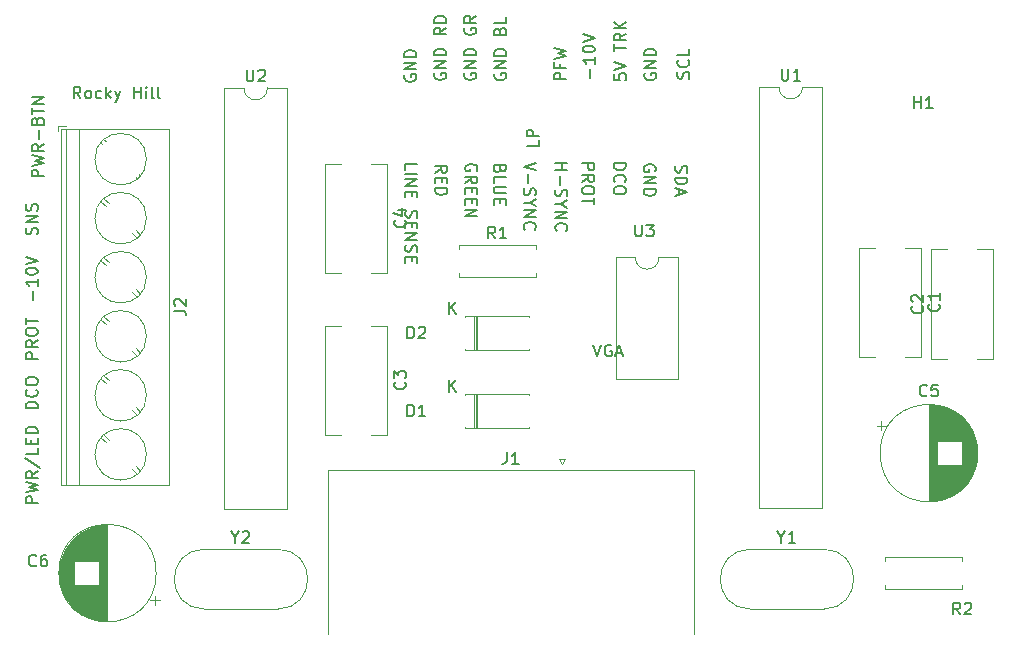
<source format=gbr>
G04 #@! TF.GenerationSoftware,KiCad,Pcbnew,5.1.5-52549c5~84~ubuntu18.04.1*
G04 #@! TF.CreationDate,2020-03-05T18:32:34-05:00*
G04 #@! TF.ProjectId,imac_g3_333mhz_slot_loading_J20_adapter_board,696d6163-5f67-4335-9f33-33336d687a5f,rev?*
G04 #@! TF.SameCoordinates,Original*
G04 #@! TF.FileFunction,Legend,Top*
G04 #@! TF.FilePolarity,Positive*
%FSLAX46Y46*%
G04 Gerber Fmt 4.6, Leading zero omitted, Abs format (unit mm)*
G04 Created by KiCad (PCBNEW 5.1.5-52549c5~84~ubuntu18.04.1) date 2020-03-05 18:32:34*
%MOMM*%
%LPD*%
G04 APERTURE LIST*
%ADD10C,0.150000*%
%ADD11C,0.120000*%
G04 APERTURE END LIST*
D10*
X138200190Y-64968380D02*
X137866857Y-64492190D01*
X137628761Y-64968380D02*
X137628761Y-63968380D01*
X138009714Y-63968380D01*
X138104952Y-64016000D01*
X138152571Y-64063619D01*
X138200190Y-64158857D01*
X138200190Y-64301714D01*
X138152571Y-64396952D01*
X138104952Y-64444571D01*
X138009714Y-64492190D01*
X137628761Y-64492190D01*
X138771619Y-64968380D02*
X138676380Y-64920761D01*
X138628761Y-64873142D01*
X138581142Y-64777904D01*
X138581142Y-64492190D01*
X138628761Y-64396952D01*
X138676380Y-64349333D01*
X138771619Y-64301714D01*
X138914476Y-64301714D01*
X139009714Y-64349333D01*
X139057333Y-64396952D01*
X139104952Y-64492190D01*
X139104952Y-64777904D01*
X139057333Y-64873142D01*
X139009714Y-64920761D01*
X138914476Y-64968380D01*
X138771619Y-64968380D01*
X139962095Y-64920761D02*
X139866857Y-64968380D01*
X139676380Y-64968380D01*
X139581142Y-64920761D01*
X139533523Y-64873142D01*
X139485904Y-64777904D01*
X139485904Y-64492190D01*
X139533523Y-64396952D01*
X139581142Y-64349333D01*
X139676380Y-64301714D01*
X139866857Y-64301714D01*
X139962095Y-64349333D01*
X140390666Y-64968380D02*
X140390666Y-63968380D01*
X140485904Y-64587428D02*
X140771619Y-64968380D01*
X140771619Y-64301714D02*
X140390666Y-64682666D01*
X141104952Y-64301714D02*
X141343047Y-64968380D01*
X141581142Y-64301714D02*
X141343047Y-64968380D01*
X141247809Y-65206476D01*
X141200190Y-65254095D01*
X141104952Y-65301714D01*
X142724000Y-64968380D02*
X142724000Y-63968380D01*
X142724000Y-64444571D02*
X143295428Y-64444571D01*
X143295428Y-64968380D02*
X143295428Y-63968380D01*
X143771619Y-64968380D02*
X143771619Y-64301714D01*
X143771619Y-63968380D02*
X143724000Y-64016000D01*
X143771619Y-64063619D01*
X143819238Y-64016000D01*
X143771619Y-63968380D01*
X143771619Y-64063619D01*
X144390666Y-64968380D02*
X144295428Y-64920761D01*
X144247809Y-64825523D01*
X144247809Y-63968380D01*
X144914476Y-64968380D02*
X144819238Y-64920761D01*
X144771619Y-64825523D01*
X144771619Y-63968380D01*
X134564380Y-99226285D02*
X133564380Y-99226285D01*
X133564380Y-98845333D01*
X133612000Y-98750095D01*
X133659619Y-98702476D01*
X133754857Y-98654857D01*
X133897714Y-98654857D01*
X133992952Y-98702476D01*
X134040571Y-98750095D01*
X134088190Y-98845333D01*
X134088190Y-99226285D01*
X133564380Y-98321523D02*
X134564380Y-98083428D01*
X133850095Y-97892952D01*
X134564380Y-97702476D01*
X133564380Y-97464380D01*
X134564380Y-96512000D02*
X134088190Y-96845333D01*
X134564380Y-97083428D02*
X133564380Y-97083428D01*
X133564380Y-96702476D01*
X133612000Y-96607238D01*
X133659619Y-96559619D01*
X133754857Y-96512000D01*
X133897714Y-96512000D01*
X133992952Y-96559619D01*
X134040571Y-96607238D01*
X134088190Y-96702476D01*
X134088190Y-97083428D01*
X133516761Y-95369142D02*
X134802476Y-96226285D01*
X134564380Y-94559619D02*
X134564380Y-95035809D01*
X133564380Y-95035809D01*
X134040571Y-94226285D02*
X134040571Y-93892952D01*
X134564380Y-93750095D02*
X134564380Y-94226285D01*
X133564380Y-94226285D01*
X133564380Y-93750095D01*
X134564380Y-93321523D02*
X133564380Y-93321523D01*
X133564380Y-93083428D01*
X133612000Y-92940571D01*
X133707238Y-92845333D01*
X133802476Y-92797714D01*
X133992952Y-92750095D01*
X134135809Y-92750095D01*
X134326285Y-92797714D01*
X134421523Y-92845333D01*
X134516761Y-92940571D01*
X134564380Y-93083428D01*
X134564380Y-93321523D01*
X135072380Y-71556142D02*
X134072380Y-71556142D01*
X134072380Y-71175190D01*
X134120000Y-71079952D01*
X134167619Y-71032333D01*
X134262857Y-70984714D01*
X134405714Y-70984714D01*
X134500952Y-71032333D01*
X134548571Y-71079952D01*
X134596190Y-71175190D01*
X134596190Y-71556142D01*
X134072380Y-70651380D02*
X135072380Y-70413285D01*
X134358095Y-70222809D01*
X135072380Y-70032333D01*
X134072380Y-69794238D01*
X135072380Y-68841857D02*
X134596190Y-69175190D01*
X135072380Y-69413285D02*
X134072380Y-69413285D01*
X134072380Y-69032333D01*
X134120000Y-68937095D01*
X134167619Y-68889476D01*
X134262857Y-68841857D01*
X134405714Y-68841857D01*
X134500952Y-68889476D01*
X134548571Y-68937095D01*
X134596190Y-69032333D01*
X134596190Y-69413285D01*
X134691428Y-68413285D02*
X134691428Y-67651380D01*
X134548571Y-66841857D02*
X134596190Y-66699000D01*
X134643809Y-66651380D01*
X134739047Y-66603761D01*
X134881904Y-66603761D01*
X134977142Y-66651380D01*
X135024761Y-66699000D01*
X135072380Y-66794238D01*
X135072380Y-67175190D01*
X134072380Y-67175190D01*
X134072380Y-66841857D01*
X134120000Y-66746619D01*
X134167619Y-66699000D01*
X134262857Y-66651380D01*
X134358095Y-66651380D01*
X134453333Y-66699000D01*
X134500952Y-66746619D01*
X134548571Y-66841857D01*
X134548571Y-67175190D01*
X134072380Y-66318047D02*
X134072380Y-65746619D01*
X135072380Y-66032333D02*
X134072380Y-66032333D01*
X135072380Y-65413285D02*
X134072380Y-65413285D01*
X135072380Y-64841857D01*
X134072380Y-64841857D01*
X134516761Y-76469714D02*
X134564380Y-76326857D01*
X134564380Y-76088761D01*
X134516761Y-75993523D01*
X134469142Y-75945904D01*
X134373904Y-75898285D01*
X134278666Y-75898285D01*
X134183428Y-75945904D01*
X134135809Y-75993523D01*
X134088190Y-76088761D01*
X134040571Y-76279238D01*
X133992952Y-76374476D01*
X133945333Y-76422095D01*
X133850095Y-76469714D01*
X133754857Y-76469714D01*
X133659619Y-76422095D01*
X133612000Y-76374476D01*
X133564380Y-76279238D01*
X133564380Y-76041142D01*
X133612000Y-75898285D01*
X134564380Y-75469714D02*
X133564380Y-75469714D01*
X134564380Y-74898285D01*
X133564380Y-74898285D01*
X134516761Y-74469714D02*
X134564380Y-74326857D01*
X134564380Y-74088761D01*
X134516761Y-73993523D01*
X134469142Y-73945904D01*
X134373904Y-73898285D01*
X134278666Y-73898285D01*
X134183428Y-73945904D01*
X134135809Y-73993523D01*
X134088190Y-74088761D01*
X134040571Y-74279238D01*
X133992952Y-74374476D01*
X133945333Y-74422095D01*
X133850095Y-74469714D01*
X133754857Y-74469714D01*
X133659619Y-74422095D01*
X133612000Y-74374476D01*
X133564380Y-74279238D01*
X133564380Y-74041142D01*
X133612000Y-73898285D01*
X134564380Y-91201714D02*
X133564380Y-91201714D01*
X133564380Y-90963619D01*
X133612000Y-90820761D01*
X133707238Y-90725523D01*
X133802476Y-90677904D01*
X133992952Y-90630285D01*
X134135809Y-90630285D01*
X134326285Y-90677904D01*
X134421523Y-90725523D01*
X134516761Y-90820761D01*
X134564380Y-90963619D01*
X134564380Y-91201714D01*
X134469142Y-89630285D02*
X134516761Y-89677904D01*
X134564380Y-89820761D01*
X134564380Y-89916000D01*
X134516761Y-90058857D01*
X134421523Y-90154095D01*
X134326285Y-90201714D01*
X134135809Y-90249333D01*
X133992952Y-90249333D01*
X133802476Y-90201714D01*
X133707238Y-90154095D01*
X133612000Y-90058857D01*
X133564380Y-89916000D01*
X133564380Y-89820761D01*
X133612000Y-89677904D01*
X133659619Y-89630285D01*
X133564380Y-89011238D02*
X133564380Y-88820761D01*
X133612000Y-88725523D01*
X133707238Y-88630285D01*
X133897714Y-88582666D01*
X134231047Y-88582666D01*
X134421523Y-88630285D01*
X134516761Y-88725523D01*
X134564380Y-88820761D01*
X134564380Y-89011238D01*
X134516761Y-89106476D01*
X134421523Y-89201714D01*
X134231047Y-89249333D01*
X133897714Y-89249333D01*
X133707238Y-89201714D01*
X133612000Y-89106476D01*
X133564380Y-89011238D01*
X134564380Y-87010666D02*
X133564380Y-87010666D01*
X133564380Y-86629714D01*
X133612000Y-86534476D01*
X133659619Y-86486857D01*
X133754857Y-86439238D01*
X133897714Y-86439238D01*
X133992952Y-86486857D01*
X134040571Y-86534476D01*
X134088190Y-86629714D01*
X134088190Y-87010666D01*
X134564380Y-85439238D02*
X134088190Y-85772571D01*
X134564380Y-86010666D02*
X133564380Y-86010666D01*
X133564380Y-85629714D01*
X133612000Y-85534476D01*
X133659619Y-85486857D01*
X133754857Y-85439238D01*
X133897714Y-85439238D01*
X133992952Y-85486857D01*
X134040571Y-85534476D01*
X134088190Y-85629714D01*
X134088190Y-86010666D01*
X133564380Y-84820190D02*
X133564380Y-84629714D01*
X133612000Y-84534476D01*
X133707238Y-84439238D01*
X133897714Y-84391619D01*
X134231047Y-84391619D01*
X134421523Y-84439238D01*
X134516761Y-84534476D01*
X134564380Y-84629714D01*
X134564380Y-84820190D01*
X134516761Y-84915428D01*
X134421523Y-85010666D01*
X134231047Y-85058285D01*
X133897714Y-85058285D01*
X133707238Y-85010666D01*
X133612000Y-84915428D01*
X133564380Y-84820190D01*
X133564380Y-84105904D02*
X133564380Y-83534476D01*
X134564380Y-83820190D02*
X133564380Y-83820190D01*
X134183428Y-82025904D02*
X134183428Y-81264000D01*
X134564380Y-80264000D02*
X134564380Y-80835428D01*
X134564380Y-80549714D02*
X133564380Y-80549714D01*
X133707238Y-80644952D01*
X133802476Y-80740190D01*
X133850095Y-80835428D01*
X133564380Y-79644952D02*
X133564380Y-79549714D01*
X133612000Y-79454476D01*
X133659619Y-79406857D01*
X133754857Y-79359238D01*
X133945333Y-79311619D01*
X134183428Y-79311619D01*
X134373904Y-79359238D01*
X134469142Y-79406857D01*
X134516761Y-79454476D01*
X134564380Y-79549714D01*
X134564380Y-79644952D01*
X134516761Y-79740190D01*
X134469142Y-79787809D01*
X134373904Y-79835428D01*
X134183428Y-79883047D01*
X133945333Y-79883047D01*
X133754857Y-79835428D01*
X133659619Y-79787809D01*
X133612000Y-79740190D01*
X133564380Y-79644952D01*
X133564380Y-79025904D02*
X134564380Y-78692571D01*
X133564380Y-78359238D01*
X181618095Y-85812380D02*
X181951428Y-86812380D01*
X182284761Y-85812380D01*
X183141904Y-85860000D02*
X183046666Y-85812380D01*
X182903809Y-85812380D01*
X182760952Y-85860000D01*
X182665714Y-85955238D01*
X182618095Y-86050476D01*
X182570476Y-86240952D01*
X182570476Y-86383809D01*
X182618095Y-86574285D01*
X182665714Y-86669523D01*
X182760952Y-86764761D01*
X182903809Y-86812380D01*
X182999047Y-86812380D01*
X183141904Y-86764761D01*
X183189523Y-86717142D01*
X183189523Y-86383809D01*
X182999047Y-86383809D01*
X183570476Y-86526666D02*
X184046666Y-86526666D01*
X183475238Y-86812380D02*
X183808571Y-85812380D01*
X184141904Y-86812380D01*
X188622038Y-70667714D02*
X188574419Y-70810571D01*
X188574419Y-71048666D01*
X188622038Y-71143904D01*
X188669657Y-71191523D01*
X188764895Y-71239142D01*
X188860133Y-71239142D01*
X188955371Y-71191523D01*
X189002990Y-71143904D01*
X189050609Y-71048666D01*
X189098228Y-70858190D01*
X189145847Y-70762952D01*
X189193466Y-70715333D01*
X189288704Y-70667714D01*
X189383942Y-70667714D01*
X189479180Y-70715333D01*
X189526800Y-70762952D01*
X189574419Y-70858190D01*
X189574419Y-71096285D01*
X189526800Y-71239142D01*
X188574419Y-71667714D02*
X189574419Y-71667714D01*
X189574419Y-71905809D01*
X189526800Y-72048666D01*
X189431561Y-72143904D01*
X189336323Y-72191523D01*
X189145847Y-72239142D01*
X189002990Y-72239142D01*
X188812514Y-72191523D01*
X188717276Y-72143904D01*
X188622038Y-72048666D01*
X188574419Y-71905809D01*
X188574419Y-71667714D01*
X188860133Y-72620095D02*
X188860133Y-73096285D01*
X188574419Y-72524857D02*
X189574419Y-72858190D01*
X188574419Y-73191523D01*
X186859800Y-71120095D02*
X186907419Y-71024857D01*
X186907419Y-70882000D01*
X186859800Y-70739142D01*
X186764561Y-70643904D01*
X186669323Y-70596285D01*
X186478847Y-70548666D01*
X186335990Y-70548666D01*
X186145514Y-70596285D01*
X186050276Y-70643904D01*
X185955038Y-70739142D01*
X185907419Y-70882000D01*
X185907419Y-70977238D01*
X185955038Y-71120095D01*
X186002657Y-71167714D01*
X186335990Y-71167714D01*
X186335990Y-70977238D01*
X185907419Y-71596285D02*
X186907419Y-71596285D01*
X185907419Y-72167714D01*
X186907419Y-72167714D01*
X185907419Y-72643904D02*
X186907419Y-72643904D01*
X186907419Y-72882000D01*
X186859800Y-73024857D01*
X186764561Y-73120095D01*
X186669323Y-73167714D01*
X186478847Y-73215333D01*
X186335990Y-73215333D01*
X186145514Y-73167714D01*
X186050276Y-73120095D01*
X185955038Y-73024857D01*
X185907419Y-72882000D01*
X185907419Y-72643904D01*
X183367419Y-70469285D02*
X184367419Y-70469285D01*
X184367419Y-70707380D01*
X184319800Y-70850238D01*
X184224561Y-70945476D01*
X184129323Y-70993095D01*
X183938847Y-71040714D01*
X183795990Y-71040714D01*
X183605514Y-70993095D01*
X183510276Y-70945476D01*
X183415038Y-70850238D01*
X183367419Y-70707380D01*
X183367419Y-70469285D01*
X183462657Y-72040714D02*
X183415038Y-71993095D01*
X183367419Y-71850238D01*
X183367419Y-71755000D01*
X183415038Y-71612142D01*
X183510276Y-71516904D01*
X183605514Y-71469285D01*
X183795990Y-71421666D01*
X183938847Y-71421666D01*
X184129323Y-71469285D01*
X184224561Y-71516904D01*
X184319800Y-71612142D01*
X184367419Y-71755000D01*
X184367419Y-71850238D01*
X184319800Y-71993095D01*
X184272180Y-72040714D01*
X184367419Y-72659761D02*
X184367419Y-72850238D01*
X184319800Y-72945476D01*
X184224561Y-73040714D01*
X184034085Y-73088333D01*
X183700752Y-73088333D01*
X183510276Y-73040714D01*
X183415038Y-72945476D01*
X183367419Y-72850238D01*
X183367419Y-72659761D01*
X183415038Y-72564523D01*
X183510276Y-72469285D01*
X183700752Y-72421666D01*
X184034085Y-72421666D01*
X184224561Y-72469285D01*
X184319800Y-72564523D01*
X184367419Y-72659761D01*
X180700419Y-70469333D02*
X181700419Y-70469333D01*
X181700419Y-70850285D01*
X181652800Y-70945523D01*
X181605180Y-70993142D01*
X181509942Y-71040761D01*
X181367085Y-71040761D01*
X181271847Y-70993142D01*
X181224228Y-70945523D01*
X181176609Y-70850285D01*
X181176609Y-70469333D01*
X180700419Y-72040761D02*
X181176609Y-71707428D01*
X180700419Y-71469333D02*
X181700419Y-71469333D01*
X181700419Y-71850285D01*
X181652800Y-71945523D01*
X181605180Y-71993142D01*
X181509942Y-72040761D01*
X181367085Y-72040761D01*
X181271847Y-71993142D01*
X181224228Y-71945523D01*
X181176609Y-71850285D01*
X181176609Y-71469333D01*
X181700419Y-72659809D02*
X181700419Y-72850285D01*
X181652800Y-72945523D01*
X181557561Y-73040761D01*
X181367085Y-73088380D01*
X181033752Y-73088380D01*
X180843276Y-73040761D01*
X180748038Y-72945523D01*
X180700419Y-72850285D01*
X180700419Y-72659809D01*
X180748038Y-72564571D01*
X180843276Y-72469333D01*
X181033752Y-72421714D01*
X181367085Y-72421714D01*
X181557561Y-72469333D01*
X181652800Y-72564571D01*
X181700419Y-72659809D01*
X181700419Y-73374095D02*
X181700419Y-73945523D01*
X180700419Y-73659809D02*
X181700419Y-73659809D01*
X178414419Y-70445666D02*
X179414419Y-70445666D01*
X178938228Y-70445666D02*
X178938228Y-71017095D01*
X178414419Y-71017095D02*
X179414419Y-71017095D01*
X178795371Y-71493285D02*
X178795371Y-72255190D01*
X178462038Y-72683761D02*
X178414419Y-72826619D01*
X178414419Y-73064714D01*
X178462038Y-73159952D01*
X178509657Y-73207571D01*
X178604895Y-73255190D01*
X178700133Y-73255190D01*
X178795371Y-73207571D01*
X178842990Y-73159952D01*
X178890609Y-73064714D01*
X178938228Y-72874238D01*
X178985847Y-72779000D01*
X179033466Y-72731380D01*
X179128704Y-72683761D01*
X179223942Y-72683761D01*
X179319180Y-72731380D01*
X179366800Y-72779000D01*
X179414419Y-72874238D01*
X179414419Y-73112333D01*
X179366800Y-73255190D01*
X178890609Y-73874238D02*
X178414419Y-73874238D01*
X179414419Y-73540904D02*
X178890609Y-73874238D01*
X179414419Y-74207571D01*
X178414419Y-74540904D02*
X179414419Y-74540904D01*
X178414419Y-75112333D01*
X179414419Y-75112333D01*
X178509657Y-76159952D02*
X178462038Y-76112333D01*
X178414419Y-75969476D01*
X178414419Y-75874238D01*
X178462038Y-75731380D01*
X178557276Y-75636142D01*
X178652514Y-75588523D01*
X178842990Y-75540904D01*
X178985847Y-75540904D01*
X179176323Y-75588523D01*
X179271561Y-75636142D01*
X179366800Y-75731380D01*
X179414419Y-75874238D01*
X179414419Y-75969476D01*
X179366800Y-76112333D01*
X179319180Y-76159952D01*
X176747419Y-70398047D02*
X175747419Y-70731380D01*
X176747419Y-71064714D01*
X176128371Y-71398047D02*
X176128371Y-72159952D01*
X175795038Y-72588523D02*
X175747419Y-72731380D01*
X175747419Y-72969476D01*
X175795038Y-73064714D01*
X175842657Y-73112333D01*
X175937895Y-73159952D01*
X176033133Y-73159952D01*
X176128371Y-73112333D01*
X176175990Y-73064714D01*
X176223609Y-72969476D01*
X176271228Y-72779000D01*
X176318847Y-72683761D01*
X176366466Y-72636142D01*
X176461704Y-72588523D01*
X176556942Y-72588523D01*
X176652180Y-72636142D01*
X176699800Y-72683761D01*
X176747419Y-72779000D01*
X176747419Y-73017095D01*
X176699800Y-73159952D01*
X176223609Y-73779000D02*
X175747419Y-73779000D01*
X176747419Y-73445666D02*
X176223609Y-73779000D01*
X176747419Y-74112333D01*
X175747419Y-74445666D02*
X176747419Y-74445666D01*
X175747419Y-75017095D01*
X176747419Y-75017095D01*
X175842657Y-76064714D02*
X175795038Y-76017095D01*
X175747419Y-75874238D01*
X175747419Y-75779000D01*
X175795038Y-75636142D01*
X175890276Y-75540904D01*
X175985514Y-75493285D01*
X176175990Y-75445666D01*
X176318847Y-75445666D01*
X176509323Y-75493285D01*
X176604561Y-75540904D01*
X176699800Y-75636142D01*
X176747419Y-75779000D01*
X176747419Y-75874238D01*
X176699800Y-76017095D01*
X176652180Y-76064714D01*
X173731228Y-70953476D02*
X173683609Y-71096333D01*
X173635990Y-71143952D01*
X173540752Y-71191571D01*
X173397895Y-71191571D01*
X173302657Y-71143952D01*
X173255038Y-71096333D01*
X173207419Y-71001095D01*
X173207419Y-70620142D01*
X174207419Y-70620142D01*
X174207419Y-70953476D01*
X174159800Y-71048714D01*
X174112180Y-71096333D01*
X174016942Y-71143952D01*
X173921704Y-71143952D01*
X173826466Y-71096333D01*
X173778847Y-71048714D01*
X173731228Y-70953476D01*
X173731228Y-70620142D01*
X173207419Y-72096333D02*
X173207419Y-71620142D01*
X174207419Y-71620142D01*
X174207419Y-72429666D02*
X173397895Y-72429666D01*
X173302657Y-72477285D01*
X173255038Y-72524904D01*
X173207419Y-72620142D01*
X173207419Y-72810619D01*
X173255038Y-72905857D01*
X173302657Y-72953476D01*
X173397895Y-73001095D01*
X174207419Y-73001095D01*
X173731228Y-73477285D02*
X173731228Y-73810619D01*
X173207419Y-73953476D02*
X173207419Y-73477285D01*
X174207419Y-73477285D01*
X174207419Y-73953476D01*
X171746800Y-71104333D02*
X171794419Y-71009095D01*
X171794419Y-70866238D01*
X171746800Y-70723380D01*
X171651561Y-70628142D01*
X171556323Y-70580523D01*
X171365847Y-70532904D01*
X171222990Y-70532904D01*
X171032514Y-70580523D01*
X170937276Y-70628142D01*
X170842038Y-70723380D01*
X170794419Y-70866238D01*
X170794419Y-70961476D01*
X170842038Y-71104333D01*
X170889657Y-71151952D01*
X171222990Y-71151952D01*
X171222990Y-70961476D01*
X170794419Y-72151952D02*
X171270609Y-71818619D01*
X170794419Y-71580523D02*
X171794419Y-71580523D01*
X171794419Y-71961476D01*
X171746800Y-72056714D01*
X171699180Y-72104333D01*
X171603942Y-72151952D01*
X171461085Y-72151952D01*
X171365847Y-72104333D01*
X171318228Y-72056714D01*
X171270609Y-71961476D01*
X171270609Y-71580523D01*
X171318228Y-72580523D02*
X171318228Y-72913857D01*
X170794419Y-73056714D02*
X170794419Y-72580523D01*
X171794419Y-72580523D01*
X171794419Y-73056714D01*
X171318228Y-73485285D02*
X171318228Y-73818619D01*
X170794419Y-73961476D02*
X170794419Y-73485285D01*
X171794419Y-73485285D01*
X171794419Y-73961476D01*
X170794419Y-74390047D02*
X171794419Y-74390047D01*
X170794419Y-74961476D01*
X171794419Y-74961476D01*
X168254419Y-71239142D02*
X168730609Y-70905809D01*
X168254419Y-70667714D02*
X169254419Y-70667714D01*
X169254419Y-71048666D01*
X169206800Y-71143904D01*
X169159180Y-71191523D01*
X169063942Y-71239142D01*
X168921085Y-71239142D01*
X168825847Y-71191523D01*
X168778228Y-71143904D01*
X168730609Y-71048666D01*
X168730609Y-70667714D01*
X168778228Y-71667714D02*
X168778228Y-72001047D01*
X168254419Y-72143904D02*
X168254419Y-71667714D01*
X169254419Y-71667714D01*
X169254419Y-72143904D01*
X168254419Y-72572476D02*
X169254419Y-72572476D01*
X169254419Y-72810571D01*
X169206800Y-72953428D01*
X169111561Y-73048666D01*
X169016323Y-73096285D01*
X168825847Y-73143904D01*
X168682990Y-73143904D01*
X168492514Y-73096285D01*
X168397276Y-73048666D01*
X168302038Y-72953428D01*
X168254419Y-72810571D01*
X168254419Y-72572476D01*
X165714419Y-71009333D02*
X165714419Y-70533142D01*
X166714419Y-70533142D01*
X165714419Y-71342666D02*
X166714419Y-71342666D01*
X165714419Y-71818857D02*
X166714419Y-71818857D01*
X165714419Y-72390285D01*
X166714419Y-72390285D01*
X166238228Y-72866476D02*
X166238228Y-73199809D01*
X165714419Y-73342666D02*
X165714419Y-72866476D01*
X166714419Y-72866476D01*
X166714419Y-73342666D01*
X165762038Y-74485523D02*
X165714419Y-74628380D01*
X165714419Y-74866476D01*
X165762038Y-74961714D01*
X165809657Y-75009333D01*
X165904895Y-75056952D01*
X166000133Y-75056952D01*
X166095371Y-75009333D01*
X166142990Y-74961714D01*
X166190609Y-74866476D01*
X166238228Y-74676000D01*
X166285847Y-74580761D01*
X166333466Y-74533142D01*
X166428704Y-74485523D01*
X166523942Y-74485523D01*
X166619180Y-74533142D01*
X166666800Y-74580761D01*
X166714419Y-74676000D01*
X166714419Y-74914095D01*
X166666800Y-75056952D01*
X166238228Y-75485523D02*
X166238228Y-75818857D01*
X165714419Y-75961714D02*
X165714419Y-75485523D01*
X166714419Y-75485523D01*
X166714419Y-75961714D01*
X165714419Y-76390285D02*
X166714419Y-76390285D01*
X165714419Y-76961714D01*
X166714419Y-76961714D01*
X165762038Y-77390285D02*
X165714419Y-77533142D01*
X165714419Y-77771238D01*
X165762038Y-77866476D01*
X165809657Y-77914095D01*
X165904895Y-77961714D01*
X166000133Y-77961714D01*
X166095371Y-77914095D01*
X166142990Y-77866476D01*
X166190609Y-77771238D01*
X166238228Y-77580761D01*
X166285847Y-77485523D01*
X166333466Y-77437904D01*
X166428704Y-77390285D01*
X166523942Y-77390285D01*
X166619180Y-77437904D01*
X166666800Y-77485523D01*
X166714419Y-77580761D01*
X166714419Y-77818857D01*
X166666800Y-77961714D01*
X166238228Y-78390285D02*
X166238228Y-78723619D01*
X165714419Y-78866476D02*
X165714419Y-78390285D01*
X166714419Y-78390285D01*
X166714419Y-78866476D01*
X165666800Y-62979204D02*
X165619180Y-63074442D01*
X165619180Y-63217300D01*
X165666800Y-63360157D01*
X165762038Y-63455395D01*
X165857276Y-63503014D01*
X166047752Y-63550633D01*
X166190609Y-63550633D01*
X166381085Y-63503014D01*
X166476323Y-63455395D01*
X166571561Y-63360157D01*
X166619180Y-63217300D01*
X166619180Y-63122061D01*
X166571561Y-62979204D01*
X166523942Y-62931585D01*
X166190609Y-62931585D01*
X166190609Y-63122061D01*
X166619180Y-62503014D02*
X165619180Y-62503014D01*
X166619180Y-61931585D01*
X165619180Y-61931585D01*
X166619180Y-61455395D02*
X165619180Y-61455395D01*
X165619180Y-61217300D01*
X165666800Y-61074442D01*
X165762038Y-60979204D01*
X165857276Y-60931585D01*
X166047752Y-60883966D01*
X166190609Y-60883966D01*
X166381085Y-60931585D01*
X166476323Y-60979204D01*
X166571561Y-61074442D01*
X166619180Y-61217300D01*
X166619180Y-61455395D01*
X168206800Y-62836157D02*
X168159180Y-62931395D01*
X168159180Y-63074252D01*
X168206800Y-63217109D01*
X168302038Y-63312347D01*
X168397276Y-63359966D01*
X168587752Y-63407585D01*
X168730609Y-63407585D01*
X168921085Y-63359966D01*
X169016323Y-63312347D01*
X169111561Y-63217109D01*
X169159180Y-63074252D01*
X169159180Y-62979014D01*
X169111561Y-62836157D01*
X169063942Y-62788538D01*
X168730609Y-62788538D01*
X168730609Y-62979014D01*
X169159180Y-62359966D02*
X168159180Y-62359966D01*
X169159180Y-61788538D01*
X168159180Y-61788538D01*
X169159180Y-61312347D02*
X168159180Y-61312347D01*
X168159180Y-61074252D01*
X168206800Y-60931395D01*
X168302038Y-60836157D01*
X168397276Y-60788538D01*
X168587752Y-60740919D01*
X168730609Y-60740919D01*
X168921085Y-60788538D01*
X169016323Y-60836157D01*
X169111561Y-60931395D01*
X169159180Y-61074252D01*
X169159180Y-61312347D01*
X169159180Y-58979014D02*
X168682990Y-59312347D01*
X169159180Y-59550442D02*
X168159180Y-59550442D01*
X168159180Y-59169490D01*
X168206800Y-59074252D01*
X168254419Y-59026633D01*
X168349657Y-58979014D01*
X168492514Y-58979014D01*
X168587752Y-59026633D01*
X168635371Y-59074252D01*
X168682990Y-59169490D01*
X168682990Y-59550442D01*
X169159180Y-58550442D02*
X168159180Y-58550442D01*
X168159180Y-58312347D01*
X168206800Y-58169490D01*
X168302038Y-58074252D01*
X168397276Y-58026633D01*
X168587752Y-57979014D01*
X168730609Y-57979014D01*
X168921085Y-58026633D01*
X169016323Y-58074252D01*
X169111561Y-58169490D01*
X169159180Y-58312347D01*
X169159180Y-58550442D01*
X170746800Y-62836157D02*
X170699180Y-62931395D01*
X170699180Y-63074252D01*
X170746800Y-63217109D01*
X170842038Y-63312347D01*
X170937276Y-63359966D01*
X171127752Y-63407585D01*
X171270609Y-63407585D01*
X171461085Y-63359966D01*
X171556323Y-63312347D01*
X171651561Y-63217109D01*
X171699180Y-63074252D01*
X171699180Y-62979014D01*
X171651561Y-62836157D01*
X171603942Y-62788538D01*
X171270609Y-62788538D01*
X171270609Y-62979014D01*
X171699180Y-62359966D02*
X170699180Y-62359966D01*
X171699180Y-61788538D01*
X170699180Y-61788538D01*
X171699180Y-61312347D02*
X170699180Y-61312347D01*
X170699180Y-61074252D01*
X170746800Y-60931395D01*
X170842038Y-60836157D01*
X170937276Y-60788538D01*
X171127752Y-60740919D01*
X171270609Y-60740919D01*
X171461085Y-60788538D01*
X171556323Y-60836157D01*
X171651561Y-60931395D01*
X171699180Y-61074252D01*
X171699180Y-61312347D01*
X170746800Y-59026633D02*
X170699180Y-59121871D01*
X170699180Y-59264728D01*
X170746800Y-59407585D01*
X170842038Y-59502823D01*
X170937276Y-59550442D01*
X171127752Y-59598061D01*
X171270609Y-59598061D01*
X171461085Y-59550442D01*
X171556323Y-59502823D01*
X171651561Y-59407585D01*
X171699180Y-59264728D01*
X171699180Y-59169490D01*
X171651561Y-59026633D01*
X171603942Y-58979014D01*
X171270609Y-58979014D01*
X171270609Y-59169490D01*
X171699180Y-57979014D02*
X171222990Y-58312347D01*
X171699180Y-58550442D02*
X170699180Y-58550442D01*
X170699180Y-58169490D01*
X170746800Y-58074252D01*
X170794419Y-58026633D01*
X170889657Y-57979014D01*
X171032514Y-57979014D01*
X171127752Y-58026633D01*
X171175371Y-58074252D01*
X171222990Y-58169490D01*
X171222990Y-58550442D01*
X173286800Y-62867919D02*
X173239180Y-62963157D01*
X173239180Y-63106014D01*
X173286800Y-63248871D01*
X173382038Y-63344109D01*
X173477276Y-63391728D01*
X173667752Y-63439347D01*
X173810609Y-63439347D01*
X174001085Y-63391728D01*
X174096323Y-63344109D01*
X174191561Y-63248871D01*
X174239180Y-63106014D01*
X174239180Y-63010776D01*
X174191561Y-62867919D01*
X174143942Y-62820300D01*
X173810609Y-62820300D01*
X173810609Y-63010776D01*
X174239180Y-62391728D02*
X173239180Y-62391728D01*
X174239180Y-61820300D01*
X173239180Y-61820300D01*
X174239180Y-61344109D02*
X173239180Y-61344109D01*
X173239180Y-61106014D01*
X173286800Y-60963157D01*
X173382038Y-60867919D01*
X173477276Y-60820300D01*
X173667752Y-60772680D01*
X173810609Y-60772680D01*
X174001085Y-60820300D01*
X174096323Y-60867919D01*
X174191561Y-60963157D01*
X174239180Y-61106014D01*
X174239180Y-61344109D01*
X173715371Y-59248871D02*
X173762990Y-59106014D01*
X173810609Y-59058395D01*
X173905847Y-59010776D01*
X174048704Y-59010776D01*
X174143942Y-59058395D01*
X174191561Y-59106014D01*
X174239180Y-59201252D01*
X174239180Y-59582204D01*
X173239180Y-59582204D01*
X173239180Y-59248871D01*
X173286800Y-59153633D01*
X173334419Y-59106014D01*
X173429657Y-59058395D01*
X173524895Y-59058395D01*
X173620133Y-59106014D01*
X173667752Y-59153633D01*
X173715371Y-59248871D01*
X173715371Y-59582204D01*
X174239180Y-58106014D02*
X174239180Y-58582204D01*
X173239180Y-58582204D01*
X176982380Y-68516476D02*
X176982380Y-68992666D01*
X175982380Y-68992666D01*
X176982380Y-68183142D02*
X175982380Y-68183142D01*
X175982380Y-67802190D01*
X176030000Y-67706952D01*
X176077619Y-67659333D01*
X176172857Y-67611714D01*
X176315714Y-67611714D01*
X176410952Y-67659333D01*
X176458571Y-67706952D01*
X176506190Y-67802190D01*
X176506190Y-68183142D01*
X179319180Y-63352204D02*
X178319180Y-63352204D01*
X178319180Y-62971252D01*
X178366800Y-62876014D01*
X178414419Y-62828395D01*
X178509657Y-62780776D01*
X178652514Y-62780776D01*
X178747752Y-62828395D01*
X178795371Y-62876014D01*
X178842990Y-62971252D01*
X178842990Y-63352204D01*
X178795371Y-62018871D02*
X178795371Y-62352204D01*
X179319180Y-62352204D02*
X178319180Y-62352204D01*
X178319180Y-61876014D01*
X178319180Y-61590300D02*
X179319180Y-61352204D01*
X178604895Y-61161728D01*
X179319180Y-60971252D01*
X178319180Y-60733157D01*
X181351228Y-63217204D02*
X181351228Y-62455300D01*
X181732180Y-61455300D02*
X181732180Y-62026728D01*
X181732180Y-61741014D02*
X180732180Y-61741014D01*
X180875038Y-61836252D01*
X180970276Y-61931490D01*
X181017895Y-62026728D01*
X180732180Y-60836252D02*
X180732180Y-60741014D01*
X180779800Y-60645776D01*
X180827419Y-60598157D01*
X180922657Y-60550538D01*
X181113133Y-60502919D01*
X181351228Y-60502919D01*
X181541704Y-60550538D01*
X181636942Y-60598157D01*
X181684561Y-60645776D01*
X181732180Y-60741014D01*
X181732180Y-60836252D01*
X181684561Y-60931490D01*
X181636942Y-60979109D01*
X181541704Y-61026728D01*
X181351228Y-61074347D01*
X181113133Y-61074347D01*
X180922657Y-61026728D01*
X180827419Y-60979109D01*
X180779800Y-60931490D01*
X180732180Y-60836252D01*
X180732180Y-60217204D02*
X181732180Y-59883871D01*
X180732180Y-59550538D01*
X183399180Y-62899680D02*
X183399180Y-63375871D01*
X183875371Y-63423490D01*
X183827752Y-63375871D01*
X183780133Y-63280633D01*
X183780133Y-63042538D01*
X183827752Y-62947300D01*
X183875371Y-62899680D01*
X183970609Y-62852061D01*
X184208704Y-62852061D01*
X184303942Y-62899680D01*
X184351561Y-62947300D01*
X184399180Y-63042538D01*
X184399180Y-63280633D01*
X184351561Y-63375871D01*
X184303942Y-63423490D01*
X183399180Y-62566347D02*
X184399180Y-62233014D01*
X183399180Y-61899680D01*
X183399180Y-60947300D02*
X183399180Y-60375871D01*
X184399180Y-60661585D02*
X183399180Y-60661585D01*
X184399180Y-59471109D02*
X183922990Y-59804442D01*
X184399180Y-60042538D02*
X183399180Y-60042538D01*
X183399180Y-59661585D01*
X183446800Y-59566347D01*
X183494419Y-59518728D01*
X183589657Y-59471109D01*
X183732514Y-59471109D01*
X183827752Y-59518728D01*
X183875371Y-59566347D01*
X183922990Y-59661585D01*
X183922990Y-60042538D01*
X184399180Y-59042538D02*
X183399180Y-59042538D01*
X184399180Y-58471109D02*
X183827752Y-58899680D01*
X183399180Y-58471109D02*
X183970609Y-59042538D01*
X185986800Y-62852204D02*
X185939180Y-62947442D01*
X185939180Y-63090300D01*
X185986800Y-63233157D01*
X186082038Y-63328395D01*
X186177276Y-63376014D01*
X186367752Y-63423633D01*
X186510609Y-63423633D01*
X186701085Y-63376014D01*
X186796323Y-63328395D01*
X186891561Y-63233157D01*
X186939180Y-63090300D01*
X186939180Y-62995061D01*
X186891561Y-62852204D01*
X186843942Y-62804585D01*
X186510609Y-62804585D01*
X186510609Y-62995061D01*
X186939180Y-62376014D02*
X185939180Y-62376014D01*
X186939180Y-61804585D01*
X185939180Y-61804585D01*
X186939180Y-61328395D02*
X185939180Y-61328395D01*
X185939180Y-61090300D01*
X185986800Y-60947442D01*
X186082038Y-60852204D01*
X186177276Y-60804585D01*
X186367752Y-60756966D01*
X186510609Y-60756966D01*
X186701085Y-60804585D01*
X186796323Y-60852204D01*
X186891561Y-60947442D01*
X186939180Y-61090300D01*
X186939180Y-61328395D01*
X189685561Y-63280776D02*
X189733180Y-63137919D01*
X189733180Y-62899823D01*
X189685561Y-62804585D01*
X189637942Y-62756966D01*
X189542704Y-62709347D01*
X189447466Y-62709347D01*
X189352228Y-62756966D01*
X189304609Y-62804585D01*
X189256990Y-62899823D01*
X189209371Y-63090300D01*
X189161752Y-63185538D01*
X189114133Y-63233157D01*
X189018895Y-63280776D01*
X188923657Y-63280776D01*
X188828419Y-63233157D01*
X188780800Y-63185538D01*
X188733180Y-63090300D01*
X188733180Y-62852204D01*
X188780800Y-62709347D01*
X189637942Y-61709347D02*
X189685561Y-61756966D01*
X189733180Y-61899823D01*
X189733180Y-61995061D01*
X189685561Y-62137919D01*
X189590323Y-62233157D01*
X189495085Y-62280776D01*
X189304609Y-62328395D01*
X189161752Y-62328395D01*
X188971276Y-62280776D01*
X188876038Y-62233157D01*
X188780800Y-62137919D01*
X188733180Y-61995061D01*
X188733180Y-61899823D01*
X188780800Y-61756966D01*
X188828419Y-61709347D01*
X189733180Y-60804585D02*
X189733180Y-61280776D01*
X188733180Y-61280776D01*
D11*
X209376000Y-77596000D02*
X209376000Y-86836000D01*
X204136000Y-77596000D02*
X204136000Y-86836000D01*
X209376000Y-77596000D02*
X208012000Y-77596000D01*
X205500000Y-77596000D02*
X204136000Y-77596000D01*
X209376000Y-86836000D02*
X208012000Y-86836000D01*
X205500000Y-86836000D02*
X204136000Y-86836000D01*
X214108000Y-77756000D02*
X215472000Y-77756000D01*
X210232000Y-77756000D02*
X211596000Y-77756000D01*
X214108000Y-86996000D02*
X215472000Y-86996000D01*
X210232000Y-86996000D02*
X211596000Y-86996000D01*
X215472000Y-86996000D02*
X215472000Y-77756000D01*
X210232000Y-86996000D02*
X210232000Y-77756000D01*
X160288000Y-93440000D02*
X158924000Y-93440000D01*
X164164000Y-93440000D02*
X162800000Y-93440000D01*
X160288000Y-84200000D02*
X158924000Y-84200000D01*
X164164000Y-84200000D02*
X162800000Y-84200000D01*
X158924000Y-84200000D02*
X158924000Y-93440000D01*
X164164000Y-84200000D02*
X164164000Y-93440000D01*
X160288000Y-79724000D02*
X158924000Y-79724000D01*
X164164000Y-79724000D02*
X162800000Y-79724000D01*
X160288000Y-70484000D02*
X158924000Y-70484000D01*
X164164000Y-70484000D02*
X162800000Y-70484000D01*
X158924000Y-70484000D02*
X158924000Y-79724000D01*
X164164000Y-70484000D02*
X164164000Y-79724000D01*
X159143000Y-110294000D02*
X159143000Y-96404000D01*
X159143000Y-96404000D02*
X190113000Y-96404000D01*
X190113000Y-96404000D02*
X190113000Y-110294000D01*
X178693000Y-95509662D02*
X179193000Y-95509662D01*
X179193000Y-95509662D02*
X178943000Y-95942675D01*
X178943000Y-95942675D02*
X178693000Y-95509662D01*
X199336000Y-63998800D02*
G75*
G02X197336000Y-63998800I-1000000J0D01*
G01*
X197336000Y-63998800D02*
X195686000Y-63998800D01*
X195686000Y-63998800D02*
X195686000Y-99678800D01*
X195686000Y-99678800D02*
X200986000Y-99678800D01*
X200986000Y-99678800D02*
X200986000Y-63998800D01*
X200986000Y-63998800D02*
X199336000Y-63998800D01*
X155685000Y-64075000D02*
X154035000Y-64075000D01*
X155685000Y-99755000D02*
X155685000Y-64075000D01*
X150385000Y-99755000D02*
X155685000Y-99755000D01*
X150385000Y-64075000D02*
X150385000Y-99755000D01*
X152035000Y-64075000D02*
X150385000Y-64075000D01*
X154035000Y-64075000D02*
G75*
G02X152035000Y-64075000I-1000000J0D01*
G01*
X194895000Y-103139000D02*
X201145000Y-103139000D01*
X194895000Y-108189000D02*
X201145000Y-108189000D01*
X194895000Y-108189000D02*
G75*
G02X194895000Y-103139000I0J2525000D01*
G01*
X201145000Y-108189000D02*
G75*
G03X201145000Y-103139000I0J2525000D01*
G01*
X154917000Y-108189000D02*
G75*
G03X154917000Y-103139000I0J2525000D01*
G01*
X148667000Y-108189000D02*
G75*
G02X148667000Y-103139000I0J2525000D01*
G01*
X148667000Y-108189000D02*
X154917000Y-108189000D01*
X148667000Y-103139000D02*
X154917000Y-103139000D01*
X171542000Y-89970000D02*
X171542000Y-92910000D01*
X171782000Y-89970000D02*
X171782000Y-92910000D01*
X171662000Y-89970000D02*
X171662000Y-92910000D01*
X176202000Y-92910000D02*
X176202000Y-92780000D01*
X170762000Y-92910000D02*
X176202000Y-92910000D01*
X170762000Y-92780000D02*
X170762000Y-92910000D01*
X176202000Y-89970000D02*
X176202000Y-90100000D01*
X170762000Y-89970000D02*
X176202000Y-89970000D01*
X170762000Y-90100000D02*
X170762000Y-89970000D01*
X170762000Y-83496000D02*
X170762000Y-83366000D01*
X170762000Y-83366000D02*
X176202000Y-83366000D01*
X176202000Y-83366000D02*
X176202000Y-83496000D01*
X170762000Y-86176000D02*
X170762000Y-86306000D01*
X170762000Y-86306000D02*
X176202000Y-86306000D01*
X176202000Y-86306000D02*
X176202000Y-86176000D01*
X171662000Y-83366000D02*
X171662000Y-86306000D01*
X171782000Y-83366000D02*
X171782000Y-86306000D01*
X171542000Y-83366000D02*
X171542000Y-86306000D01*
X170212000Y-77700000D02*
X170212000Y-77370000D01*
X170212000Y-77370000D02*
X176752000Y-77370000D01*
X176752000Y-77370000D02*
X176752000Y-77700000D01*
X170212000Y-79780000D02*
X170212000Y-80110000D01*
X170212000Y-80110000D02*
X176752000Y-80110000D01*
X176752000Y-80110000D02*
X176752000Y-79780000D01*
X187182000Y-78426000D02*
G75*
G02X185182000Y-78426000I-1000000J0D01*
G01*
X185182000Y-78426000D02*
X183532000Y-78426000D01*
X183532000Y-78426000D02*
X183532000Y-88706000D01*
X183532000Y-88706000D02*
X188832000Y-88706000D01*
X188832000Y-88706000D02*
X188832000Y-78426000D01*
X188832000Y-78426000D02*
X187182000Y-78426000D01*
X206280000Y-104116000D02*
X206280000Y-103786000D01*
X206280000Y-103786000D02*
X212820000Y-103786000D01*
X212820000Y-103786000D02*
X212820000Y-104116000D01*
X206280000Y-106196000D02*
X206280000Y-106526000D01*
X206280000Y-106526000D02*
X212820000Y-106526000D01*
X212820000Y-106526000D02*
X212820000Y-106196000D01*
X143785000Y-70104000D02*
G75*
G03X143785000Y-70104000I-2180000J0D01*
G01*
X143785000Y-75104000D02*
G75*
G03X143785000Y-75104000I-2180000J0D01*
G01*
X143785000Y-80104000D02*
G75*
G03X143785000Y-80104000I-2180000J0D01*
G01*
X143785000Y-85104000D02*
G75*
G03X143785000Y-85104000I-2180000J0D01*
G01*
X143785000Y-90104000D02*
G75*
G03X143785000Y-90104000I-2180000J0D01*
G01*
X143785000Y-95104000D02*
G75*
G03X143785000Y-95104000I-2180000J0D01*
G01*
X137005000Y-67544000D02*
X137005000Y-97664000D01*
X138105000Y-67544000D02*
X138105000Y-97664000D01*
X145665000Y-67544000D02*
X145665000Y-97664000D01*
X136545000Y-67544000D02*
X136545000Y-97664000D01*
X145665000Y-67544000D02*
X136545000Y-67544000D01*
X145665000Y-97664000D02*
X136545000Y-97664000D01*
X142993000Y-71758000D02*
X142886000Y-71651000D01*
X140058000Y-68822000D02*
X139951000Y-68716000D01*
X143259000Y-71492000D02*
X143152000Y-71385000D01*
X140324000Y-68556000D02*
X140217000Y-68450000D01*
X142993000Y-76758000D02*
X142597000Y-76363000D01*
X140331000Y-74097000D02*
X139951000Y-73717000D01*
X143259000Y-76492000D02*
X142879000Y-76112000D01*
X140613000Y-73846000D02*
X140217000Y-73451000D01*
X142993000Y-81758000D02*
X142597000Y-81363000D01*
X140331000Y-79097000D02*
X139951000Y-78717000D01*
X143259000Y-81492000D02*
X142879000Y-81112000D01*
X140613000Y-78846000D02*
X140217000Y-78451000D01*
X142993000Y-86758000D02*
X142597000Y-86363000D01*
X140331000Y-84097000D02*
X139951000Y-83717000D01*
X143259000Y-86492000D02*
X142879000Y-86112000D01*
X140613000Y-83846000D02*
X140217000Y-83451000D01*
X142993000Y-91758000D02*
X142597000Y-91363000D01*
X140331000Y-89097000D02*
X139951000Y-88717000D01*
X143259000Y-91492000D02*
X142879000Y-91112000D01*
X140613000Y-88846000D02*
X140217000Y-88451000D01*
X142993000Y-96758000D02*
X142597000Y-96363000D01*
X140331000Y-94097000D02*
X139951000Y-93717000D01*
X143259000Y-96492000D02*
X142879000Y-96112000D01*
X140613000Y-93846000D02*
X140217000Y-93451000D01*
X136945000Y-67304000D02*
X136305000Y-67304000D01*
X136305000Y-67304000D02*
X136305000Y-67704000D01*
X214150000Y-94996000D02*
G75*
G03X214150000Y-94996000I-4120000J0D01*
G01*
X210030000Y-90916000D02*
X210030000Y-99076000D01*
X210070000Y-90916000D02*
X210070000Y-99076000D01*
X210110000Y-90916000D02*
X210110000Y-99076000D01*
X210150000Y-90917000D02*
X210150000Y-99075000D01*
X210190000Y-90919000D02*
X210190000Y-99073000D01*
X210230000Y-90920000D02*
X210230000Y-99072000D01*
X210270000Y-90922000D02*
X210270000Y-99070000D01*
X210310000Y-90925000D02*
X210310000Y-99067000D01*
X210350000Y-90928000D02*
X210350000Y-99064000D01*
X210390000Y-90931000D02*
X210390000Y-99061000D01*
X210430000Y-90935000D02*
X210430000Y-99057000D01*
X210470000Y-90939000D02*
X210470000Y-99053000D01*
X210510000Y-90944000D02*
X210510000Y-99048000D01*
X210550000Y-90948000D02*
X210550000Y-99044000D01*
X210590000Y-90954000D02*
X210590000Y-99038000D01*
X210630000Y-90959000D02*
X210630000Y-99033000D01*
X210670000Y-90966000D02*
X210670000Y-99026000D01*
X210710000Y-90972000D02*
X210710000Y-99020000D01*
X210751000Y-90979000D02*
X210751000Y-93956000D01*
X210751000Y-96036000D02*
X210751000Y-99013000D01*
X210791000Y-90986000D02*
X210791000Y-93956000D01*
X210791000Y-96036000D02*
X210791000Y-99006000D01*
X210831000Y-90994000D02*
X210831000Y-93956000D01*
X210831000Y-96036000D02*
X210831000Y-98998000D01*
X210871000Y-91002000D02*
X210871000Y-93956000D01*
X210871000Y-96036000D02*
X210871000Y-98990000D01*
X210911000Y-91011000D02*
X210911000Y-93956000D01*
X210911000Y-96036000D02*
X210911000Y-98981000D01*
X210951000Y-91020000D02*
X210951000Y-93956000D01*
X210951000Y-96036000D02*
X210951000Y-98972000D01*
X210991000Y-91029000D02*
X210991000Y-93956000D01*
X210991000Y-96036000D02*
X210991000Y-98963000D01*
X211031000Y-91039000D02*
X211031000Y-93956000D01*
X211031000Y-96036000D02*
X211031000Y-98953000D01*
X211071000Y-91049000D02*
X211071000Y-93956000D01*
X211071000Y-96036000D02*
X211071000Y-98943000D01*
X211111000Y-91060000D02*
X211111000Y-93956000D01*
X211111000Y-96036000D02*
X211111000Y-98932000D01*
X211151000Y-91071000D02*
X211151000Y-93956000D01*
X211151000Y-96036000D02*
X211151000Y-98921000D01*
X211191000Y-91082000D02*
X211191000Y-93956000D01*
X211191000Y-96036000D02*
X211191000Y-98910000D01*
X211231000Y-91094000D02*
X211231000Y-93956000D01*
X211231000Y-96036000D02*
X211231000Y-98898000D01*
X211271000Y-91107000D02*
X211271000Y-93956000D01*
X211271000Y-96036000D02*
X211271000Y-98885000D01*
X211311000Y-91119000D02*
X211311000Y-93956000D01*
X211311000Y-96036000D02*
X211311000Y-98873000D01*
X211351000Y-91133000D02*
X211351000Y-93956000D01*
X211351000Y-96036000D02*
X211351000Y-98859000D01*
X211391000Y-91146000D02*
X211391000Y-93956000D01*
X211391000Y-96036000D02*
X211391000Y-98846000D01*
X211431000Y-91161000D02*
X211431000Y-93956000D01*
X211431000Y-96036000D02*
X211431000Y-98831000D01*
X211471000Y-91175000D02*
X211471000Y-93956000D01*
X211471000Y-96036000D02*
X211471000Y-98817000D01*
X211511000Y-91191000D02*
X211511000Y-93956000D01*
X211511000Y-96036000D02*
X211511000Y-98801000D01*
X211551000Y-91206000D02*
X211551000Y-93956000D01*
X211551000Y-96036000D02*
X211551000Y-98786000D01*
X211591000Y-91222000D02*
X211591000Y-93956000D01*
X211591000Y-96036000D02*
X211591000Y-98770000D01*
X211631000Y-91239000D02*
X211631000Y-93956000D01*
X211631000Y-96036000D02*
X211631000Y-98753000D01*
X211671000Y-91256000D02*
X211671000Y-93956000D01*
X211671000Y-96036000D02*
X211671000Y-98736000D01*
X211711000Y-91274000D02*
X211711000Y-93956000D01*
X211711000Y-96036000D02*
X211711000Y-98718000D01*
X211751000Y-91292000D02*
X211751000Y-93956000D01*
X211751000Y-96036000D02*
X211751000Y-98700000D01*
X211791000Y-91310000D02*
X211791000Y-93956000D01*
X211791000Y-96036000D02*
X211791000Y-98682000D01*
X211831000Y-91330000D02*
X211831000Y-93956000D01*
X211831000Y-96036000D02*
X211831000Y-98662000D01*
X211871000Y-91349000D02*
X211871000Y-93956000D01*
X211871000Y-96036000D02*
X211871000Y-98643000D01*
X211911000Y-91369000D02*
X211911000Y-93956000D01*
X211911000Y-96036000D02*
X211911000Y-98623000D01*
X211951000Y-91390000D02*
X211951000Y-93956000D01*
X211951000Y-96036000D02*
X211951000Y-98602000D01*
X211991000Y-91412000D02*
X211991000Y-93956000D01*
X211991000Y-96036000D02*
X211991000Y-98580000D01*
X212031000Y-91434000D02*
X212031000Y-93956000D01*
X212031000Y-96036000D02*
X212031000Y-98558000D01*
X212071000Y-91456000D02*
X212071000Y-93956000D01*
X212071000Y-96036000D02*
X212071000Y-98536000D01*
X212111000Y-91479000D02*
X212111000Y-93956000D01*
X212111000Y-96036000D02*
X212111000Y-98513000D01*
X212151000Y-91503000D02*
X212151000Y-93956000D01*
X212151000Y-96036000D02*
X212151000Y-98489000D01*
X212191000Y-91527000D02*
X212191000Y-93956000D01*
X212191000Y-96036000D02*
X212191000Y-98465000D01*
X212231000Y-91552000D02*
X212231000Y-93956000D01*
X212231000Y-96036000D02*
X212231000Y-98440000D01*
X212271000Y-91578000D02*
X212271000Y-93956000D01*
X212271000Y-96036000D02*
X212271000Y-98414000D01*
X212311000Y-91604000D02*
X212311000Y-93956000D01*
X212311000Y-96036000D02*
X212311000Y-98388000D01*
X212351000Y-91631000D02*
X212351000Y-93956000D01*
X212351000Y-96036000D02*
X212351000Y-98361000D01*
X212391000Y-91658000D02*
X212391000Y-93956000D01*
X212391000Y-96036000D02*
X212391000Y-98334000D01*
X212431000Y-91687000D02*
X212431000Y-93956000D01*
X212431000Y-96036000D02*
X212431000Y-98305000D01*
X212471000Y-91716000D02*
X212471000Y-93956000D01*
X212471000Y-96036000D02*
X212471000Y-98276000D01*
X212511000Y-91746000D02*
X212511000Y-93956000D01*
X212511000Y-96036000D02*
X212511000Y-98246000D01*
X212551000Y-91776000D02*
X212551000Y-93956000D01*
X212551000Y-96036000D02*
X212551000Y-98216000D01*
X212591000Y-91807000D02*
X212591000Y-93956000D01*
X212591000Y-96036000D02*
X212591000Y-98185000D01*
X212631000Y-91840000D02*
X212631000Y-93956000D01*
X212631000Y-96036000D02*
X212631000Y-98152000D01*
X212671000Y-91872000D02*
X212671000Y-93956000D01*
X212671000Y-96036000D02*
X212671000Y-98120000D01*
X212711000Y-91906000D02*
X212711000Y-93956000D01*
X212711000Y-96036000D02*
X212711000Y-98086000D01*
X212751000Y-91941000D02*
X212751000Y-93956000D01*
X212751000Y-96036000D02*
X212751000Y-98051000D01*
X212791000Y-91977000D02*
X212791000Y-93956000D01*
X212791000Y-96036000D02*
X212791000Y-98015000D01*
X212831000Y-92013000D02*
X212831000Y-97979000D01*
X212871000Y-92051000D02*
X212871000Y-97941000D01*
X212911000Y-92089000D02*
X212911000Y-97903000D01*
X212951000Y-92129000D02*
X212951000Y-97863000D01*
X212991000Y-92170000D02*
X212991000Y-97822000D01*
X213031000Y-92212000D02*
X213031000Y-97780000D01*
X213071000Y-92255000D02*
X213071000Y-97737000D01*
X213111000Y-92299000D02*
X213111000Y-97693000D01*
X213151000Y-92345000D02*
X213151000Y-97647000D01*
X213191000Y-92392000D02*
X213191000Y-97600000D01*
X213231000Y-92440000D02*
X213231000Y-97552000D01*
X213271000Y-92491000D02*
X213271000Y-97501000D01*
X213311000Y-92542000D02*
X213311000Y-97450000D01*
X213351000Y-92596000D02*
X213351000Y-97396000D01*
X213391000Y-92651000D02*
X213391000Y-97341000D01*
X213431000Y-92709000D02*
X213431000Y-97283000D01*
X213471000Y-92768000D02*
X213471000Y-97224000D01*
X213511000Y-92830000D02*
X213511000Y-97162000D01*
X213551000Y-92894000D02*
X213551000Y-97098000D01*
X213591000Y-92962000D02*
X213591000Y-97030000D01*
X213631000Y-93032000D02*
X213631000Y-96960000D01*
X213671000Y-93106000D02*
X213671000Y-96886000D01*
X213711000Y-93183000D02*
X213711000Y-96809000D01*
X213751000Y-93265000D02*
X213751000Y-96727000D01*
X213791000Y-93351000D02*
X213791000Y-96641000D01*
X213831000Y-93444000D02*
X213831000Y-96548000D01*
X213871000Y-93543000D02*
X213871000Y-96449000D01*
X213911000Y-93650000D02*
X213911000Y-96342000D01*
X213951000Y-93767000D02*
X213951000Y-96225000D01*
X213991000Y-93898000D02*
X213991000Y-96094000D01*
X214031000Y-94048000D02*
X214031000Y-95944000D01*
X214071000Y-94228000D02*
X214071000Y-95764000D01*
X214111000Y-94463000D02*
X214111000Y-95529000D01*
X205620302Y-92681000D02*
X206420302Y-92681000D01*
X206020302Y-92281000D02*
X206020302Y-93081000D01*
X144499698Y-107871000D02*
X144499698Y-107071000D01*
X144899698Y-107471000D02*
X144099698Y-107471000D01*
X136409000Y-105689000D02*
X136409000Y-104623000D01*
X136449000Y-105924000D02*
X136449000Y-104388000D01*
X136489000Y-106104000D02*
X136489000Y-104208000D01*
X136529000Y-106254000D02*
X136529000Y-104058000D01*
X136569000Y-106385000D02*
X136569000Y-103927000D01*
X136609000Y-106502000D02*
X136609000Y-103810000D01*
X136649000Y-106609000D02*
X136649000Y-103703000D01*
X136689000Y-106708000D02*
X136689000Y-103604000D01*
X136729000Y-106801000D02*
X136729000Y-103511000D01*
X136769000Y-106887000D02*
X136769000Y-103425000D01*
X136809000Y-106969000D02*
X136809000Y-103343000D01*
X136849000Y-107046000D02*
X136849000Y-103266000D01*
X136889000Y-107120000D02*
X136889000Y-103192000D01*
X136929000Y-107190000D02*
X136929000Y-103122000D01*
X136969000Y-107258000D02*
X136969000Y-103054000D01*
X137009000Y-107322000D02*
X137009000Y-102990000D01*
X137049000Y-107384000D02*
X137049000Y-102928000D01*
X137089000Y-107443000D02*
X137089000Y-102869000D01*
X137129000Y-107501000D02*
X137129000Y-102811000D01*
X137169000Y-107556000D02*
X137169000Y-102756000D01*
X137209000Y-107610000D02*
X137209000Y-102702000D01*
X137249000Y-107661000D02*
X137249000Y-102651000D01*
X137289000Y-107712000D02*
X137289000Y-102600000D01*
X137329000Y-107760000D02*
X137329000Y-102552000D01*
X137369000Y-107807000D02*
X137369000Y-102505000D01*
X137409000Y-107853000D02*
X137409000Y-102459000D01*
X137449000Y-107897000D02*
X137449000Y-102415000D01*
X137489000Y-107940000D02*
X137489000Y-102372000D01*
X137529000Y-107982000D02*
X137529000Y-102330000D01*
X137569000Y-108023000D02*
X137569000Y-102289000D01*
X137609000Y-108063000D02*
X137609000Y-102249000D01*
X137649000Y-108101000D02*
X137649000Y-102211000D01*
X137689000Y-108139000D02*
X137689000Y-102173000D01*
X137729000Y-104116000D02*
X137729000Y-102137000D01*
X137729000Y-108175000D02*
X137729000Y-106196000D01*
X137769000Y-104116000D02*
X137769000Y-102101000D01*
X137769000Y-108211000D02*
X137769000Y-106196000D01*
X137809000Y-104116000D02*
X137809000Y-102066000D01*
X137809000Y-108246000D02*
X137809000Y-106196000D01*
X137849000Y-104116000D02*
X137849000Y-102032000D01*
X137849000Y-108280000D02*
X137849000Y-106196000D01*
X137889000Y-104116000D02*
X137889000Y-102000000D01*
X137889000Y-108312000D02*
X137889000Y-106196000D01*
X137929000Y-104116000D02*
X137929000Y-101967000D01*
X137929000Y-108345000D02*
X137929000Y-106196000D01*
X137969000Y-104116000D02*
X137969000Y-101936000D01*
X137969000Y-108376000D02*
X137969000Y-106196000D01*
X138009000Y-104116000D02*
X138009000Y-101906000D01*
X138009000Y-108406000D02*
X138009000Y-106196000D01*
X138049000Y-104116000D02*
X138049000Y-101876000D01*
X138049000Y-108436000D02*
X138049000Y-106196000D01*
X138089000Y-104116000D02*
X138089000Y-101847000D01*
X138089000Y-108465000D02*
X138089000Y-106196000D01*
X138129000Y-104116000D02*
X138129000Y-101818000D01*
X138129000Y-108494000D02*
X138129000Y-106196000D01*
X138169000Y-104116000D02*
X138169000Y-101791000D01*
X138169000Y-108521000D02*
X138169000Y-106196000D01*
X138209000Y-104116000D02*
X138209000Y-101764000D01*
X138209000Y-108548000D02*
X138209000Y-106196000D01*
X138249000Y-104116000D02*
X138249000Y-101738000D01*
X138249000Y-108574000D02*
X138249000Y-106196000D01*
X138289000Y-104116000D02*
X138289000Y-101712000D01*
X138289000Y-108600000D02*
X138289000Y-106196000D01*
X138329000Y-104116000D02*
X138329000Y-101687000D01*
X138329000Y-108625000D02*
X138329000Y-106196000D01*
X138369000Y-104116000D02*
X138369000Y-101663000D01*
X138369000Y-108649000D02*
X138369000Y-106196000D01*
X138409000Y-104116000D02*
X138409000Y-101639000D01*
X138409000Y-108673000D02*
X138409000Y-106196000D01*
X138449000Y-104116000D02*
X138449000Y-101616000D01*
X138449000Y-108696000D02*
X138449000Y-106196000D01*
X138489000Y-104116000D02*
X138489000Y-101594000D01*
X138489000Y-108718000D02*
X138489000Y-106196000D01*
X138529000Y-104116000D02*
X138529000Y-101572000D01*
X138529000Y-108740000D02*
X138529000Y-106196000D01*
X138569000Y-104116000D02*
X138569000Y-101550000D01*
X138569000Y-108762000D02*
X138569000Y-106196000D01*
X138609000Y-104116000D02*
X138609000Y-101529000D01*
X138609000Y-108783000D02*
X138609000Y-106196000D01*
X138649000Y-104116000D02*
X138649000Y-101509000D01*
X138649000Y-108803000D02*
X138649000Y-106196000D01*
X138689000Y-104116000D02*
X138689000Y-101490000D01*
X138689000Y-108822000D02*
X138689000Y-106196000D01*
X138729000Y-104116000D02*
X138729000Y-101470000D01*
X138729000Y-108842000D02*
X138729000Y-106196000D01*
X138769000Y-104116000D02*
X138769000Y-101452000D01*
X138769000Y-108860000D02*
X138769000Y-106196000D01*
X138809000Y-104116000D02*
X138809000Y-101434000D01*
X138809000Y-108878000D02*
X138809000Y-106196000D01*
X138849000Y-104116000D02*
X138849000Y-101416000D01*
X138849000Y-108896000D02*
X138849000Y-106196000D01*
X138889000Y-104116000D02*
X138889000Y-101399000D01*
X138889000Y-108913000D02*
X138889000Y-106196000D01*
X138929000Y-104116000D02*
X138929000Y-101382000D01*
X138929000Y-108930000D02*
X138929000Y-106196000D01*
X138969000Y-104116000D02*
X138969000Y-101366000D01*
X138969000Y-108946000D02*
X138969000Y-106196000D01*
X139009000Y-104116000D02*
X139009000Y-101351000D01*
X139009000Y-108961000D02*
X139009000Y-106196000D01*
X139049000Y-104116000D02*
X139049000Y-101335000D01*
X139049000Y-108977000D02*
X139049000Y-106196000D01*
X139089000Y-104116000D02*
X139089000Y-101321000D01*
X139089000Y-108991000D02*
X139089000Y-106196000D01*
X139129000Y-104116000D02*
X139129000Y-101306000D01*
X139129000Y-109006000D02*
X139129000Y-106196000D01*
X139169000Y-104116000D02*
X139169000Y-101293000D01*
X139169000Y-109019000D02*
X139169000Y-106196000D01*
X139209000Y-104116000D02*
X139209000Y-101279000D01*
X139209000Y-109033000D02*
X139209000Y-106196000D01*
X139249000Y-104116000D02*
X139249000Y-101267000D01*
X139249000Y-109045000D02*
X139249000Y-106196000D01*
X139289000Y-104116000D02*
X139289000Y-101254000D01*
X139289000Y-109058000D02*
X139289000Y-106196000D01*
X139329000Y-104116000D02*
X139329000Y-101242000D01*
X139329000Y-109070000D02*
X139329000Y-106196000D01*
X139369000Y-104116000D02*
X139369000Y-101231000D01*
X139369000Y-109081000D02*
X139369000Y-106196000D01*
X139409000Y-104116000D02*
X139409000Y-101220000D01*
X139409000Y-109092000D02*
X139409000Y-106196000D01*
X139449000Y-104116000D02*
X139449000Y-101209000D01*
X139449000Y-109103000D02*
X139449000Y-106196000D01*
X139489000Y-104116000D02*
X139489000Y-101199000D01*
X139489000Y-109113000D02*
X139489000Y-106196000D01*
X139529000Y-104116000D02*
X139529000Y-101189000D01*
X139529000Y-109123000D02*
X139529000Y-106196000D01*
X139569000Y-104116000D02*
X139569000Y-101180000D01*
X139569000Y-109132000D02*
X139569000Y-106196000D01*
X139609000Y-104116000D02*
X139609000Y-101171000D01*
X139609000Y-109141000D02*
X139609000Y-106196000D01*
X139649000Y-104116000D02*
X139649000Y-101162000D01*
X139649000Y-109150000D02*
X139649000Y-106196000D01*
X139689000Y-104116000D02*
X139689000Y-101154000D01*
X139689000Y-109158000D02*
X139689000Y-106196000D01*
X139729000Y-104116000D02*
X139729000Y-101146000D01*
X139729000Y-109166000D02*
X139729000Y-106196000D01*
X139769000Y-104116000D02*
X139769000Y-101139000D01*
X139769000Y-109173000D02*
X139769000Y-106196000D01*
X139810000Y-109180000D02*
X139810000Y-101132000D01*
X139850000Y-109186000D02*
X139850000Y-101126000D01*
X139890000Y-109193000D02*
X139890000Y-101119000D01*
X139930000Y-109198000D02*
X139930000Y-101114000D01*
X139970000Y-109204000D02*
X139970000Y-101108000D01*
X140010000Y-109208000D02*
X140010000Y-101104000D01*
X140050000Y-109213000D02*
X140050000Y-101099000D01*
X140090000Y-109217000D02*
X140090000Y-101095000D01*
X140130000Y-109221000D02*
X140130000Y-101091000D01*
X140170000Y-109224000D02*
X140170000Y-101088000D01*
X140210000Y-109227000D02*
X140210000Y-101085000D01*
X140250000Y-109230000D02*
X140250000Y-101082000D01*
X140290000Y-109232000D02*
X140290000Y-101080000D01*
X140330000Y-109233000D02*
X140330000Y-101079000D01*
X140370000Y-109235000D02*
X140370000Y-101077000D01*
X140410000Y-109236000D02*
X140410000Y-101076000D01*
X140450000Y-109236000D02*
X140450000Y-101076000D01*
X140490000Y-109236000D02*
X140490000Y-101076000D01*
X144610000Y-105156000D02*
G75*
G03X144610000Y-105156000I-4120000J0D01*
G01*
D10*
X210863142Y-82382666D02*
X210910761Y-82430285D01*
X210958380Y-82573142D01*
X210958380Y-82668380D01*
X210910761Y-82811238D01*
X210815523Y-82906476D01*
X210720285Y-82954095D01*
X210529809Y-83001714D01*
X210386952Y-83001714D01*
X210196476Y-82954095D01*
X210101238Y-82906476D01*
X210006000Y-82811238D01*
X209958380Y-82668380D01*
X209958380Y-82573142D01*
X210006000Y-82430285D01*
X210053619Y-82382666D01*
X210958380Y-81430285D02*
X210958380Y-82001714D01*
X210958380Y-81716000D02*
X209958380Y-81716000D01*
X210101238Y-81811238D01*
X210196476Y-81906476D01*
X210244095Y-82001714D01*
X209459142Y-82542666D02*
X209506761Y-82590285D01*
X209554380Y-82733142D01*
X209554380Y-82828380D01*
X209506761Y-82971238D01*
X209411523Y-83066476D01*
X209316285Y-83114095D01*
X209125809Y-83161714D01*
X208982952Y-83161714D01*
X208792476Y-83114095D01*
X208697238Y-83066476D01*
X208602000Y-82971238D01*
X208554380Y-82828380D01*
X208554380Y-82733142D01*
X208602000Y-82590285D01*
X208649619Y-82542666D01*
X208649619Y-82161714D02*
X208602000Y-82114095D01*
X208554380Y-82018857D01*
X208554380Y-81780761D01*
X208602000Y-81685523D01*
X208649619Y-81637904D01*
X208744857Y-81590285D01*
X208840095Y-81590285D01*
X208982952Y-81637904D01*
X209554380Y-82209333D01*
X209554380Y-81590285D01*
X165651142Y-88986666D02*
X165698761Y-89034285D01*
X165746380Y-89177142D01*
X165746380Y-89272380D01*
X165698761Y-89415238D01*
X165603523Y-89510476D01*
X165508285Y-89558095D01*
X165317809Y-89605714D01*
X165174952Y-89605714D01*
X164984476Y-89558095D01*
X164889238Y-89510476D01*
X164794000Y-89415238D01*
X164746380Y-89272380D01*
X164746380Y-89177142D01*
X164794000Y-89034285D01*
X164841619Y-88986666D01*
X164746380Y-88653333D02*
X164746380Y-88034285D01*
X165127333Y-88367619D01*
X165127333Y-88224761D01*
X165174952Y-88129523D01*
X165222571Y-88081904D01*
X165317809Y-88034285D01*
X165555904Y-88034285D01*
X165651142Y-88081904D01*
X165698761Y-88129523D01*
X165746380Y-88224761D01*
X165746380Y-88510476D01*
X165698761Y-88605714D01*
X165651142Y-88653333D01*
X165651142Y-75270666D02*
X165698761Y-75318285D01*
X165746380Y-75461142D01*
X165746380Y-75556380D01*
X165698761Y-75699238D01*
X165603523Y-75794476D01*
X165508285Y-75842095D01*
X165317809Y-75889714D01*
X165174952Y-75889714D01*
X164984476Y-75842095D01*
X164889238Y-75794476D01*
X164794000Y-75699238D01*
X164746380Y-75556380D01*
X164746380Y-75461142D01*
X164794000Y-75318285D01*
X164841619Y-75270666D01*
X165079714Y-74413523D02*
X165746380Y-74413523D01*
X164698761Y-74651619D02*
X165413047Y-74889714D01*
X165413047Y-74270666D01*
X174294666Y-94916380D02*
X174294666Y-95630666D01*
X174247047Y-95773523D01*
X174151809Y-95868761D01*
X174008952Y-95916380D01*
X173913714Y-95916380D01*
X175294666Y-95916380D02*
X174723238Y-95916380D01*
X175008952Y-95916380D02*
X175008952Y-94916380D01*
X174913714Y-95059238D01*
X174818476Y-95154476D01*
X174723238Y-95202095D01*
X197574095Y-62451180D02*
X197574095Y-63260704D01*
X197621714Y-63355942D01*
X197669333Y-63403561D01*
X197764571Y-63451180D01*
X197955047Y-63451180D01*
X198050285Y-63403561D01*
X198097904Y-63355942D01*
X198145523Y-63260704D01*
X198145523Y-62451180D01*
X199145523Y-63451180D02*
X198574095Y-63451180D01*
X198859809Y-63451180D02*
X198859809Y-62451180D01*
X198764571Y-62594038D01*
X198669333Y-62689276D01*
X198574095Y-62736895D01*
X152273095Y-62527380D02*
X152273095Y-63336904D01*
X152320714Y-63432142D01*
X152368333Y-63479761D01*
X152463571Y-63527380D01*
X152654047Y-63527380D01*
X152749285Y-63479761D01*
X152796904Y-63432142D01*
X152844523Y-63336904D01*
X152844523Y-62527380D01*
X153273095Y-62622619D02*
X153320714Y-62575000D01*
X153415952Y-62527380D01*
X153654047Y-62527380D01*
X153749285Y-62575000D01*
X153796904Y-62622619D01*
X153844523Y-62717857D01*
X153844523Y-62813095D01*
X153796904Y-62955952D01*
X153225476Y-63527380D01*
X153844523Y-63527380D01*
X197543809Y-102115190D02*
X197543809Y-102591380D01*
X197210476Y-101591380D02*
X197543809Y-102115190D01*
X197877142Y-101591380D01*
X198734285Y-102591380D02*
X198162857Y-102591380D01*
X198448571Y-102591380D02*
X198448571Y-101591380D01*
X198353333Y-101734238D01*
X198258095Y-101829476D01*
X198162857Y-101877095D01*
X151315809Y-102115190D02*
X151315809Y-102591380D01*
X150982476Y-101591380D02*
X151315809Y-102115190D01*
X151649142Y-101591380D01*
X151934857Y-101686619D02*
X151982476Y-101639000D01*
X152077714Y-101591380D01*
X152315809Y-101591380D01*
X152411047Y-101639000D01*
X152458666Y-101686619D01*
X152506285Y-101781857D01*
X152506285Y-101877095D01*
X152458666Y-102019952D01*
X151887238Y-102591380D01*
X152506285Y-102591380D01*
X165885904Y-91892380D02*
X165885904Y-90892380D01*
X166124000Y-90892380D01*
X166266857Y-90940000D01*
X166362095Y-91035238D01*
X166409714Y-91130476D01*
X166457333Y-91320952D01*
X166457333Y-91463809D01*
X166409714Y-91654285D01*
X166362095Y-91749523D01*
X166266857Y-91844761D01*
X166124000Y-91892380D01*
X165885904Y-91892380D01*
X167409714Y-91892380D02*
X166838285Y-91892380D01*
X167124000Y-91892380D02*
X167124000Y-90892380D01*
X167028761Y-91035238D01*
X166933523Y-91130476D01*
X166838285Y-91178095D01*
X169410095Y-89792380D02*
X169410095Y-88792380D01*
X169981523Y-89792380D02*
X169552952Y-89220952D01*
X169981523Y-88792380D02*
X169410095Y-89363809D01*
X165885904Y-85288380D02*
X165885904Y-84288380D01*
X166124000Y-84288380D01*
X166266857Y-84336000D01*
X166362095Y-84431238D01*
X166409714Y-84526476D01*
X166457333Y-84716952D01*
X166457333Y-84859809D01*
X166409714Y-85050285D01*
X166362095Y-85145523D01*
X166266857Y-85240761D01*
X166124000Y-85288380D01*
X165885904Y-85288380D01*
X166838285Y-84383619D02*
X166885904Y-84336000D01*
X166981142Y-84288380D01*
X167219238Y-84288380D01*
X167314476Y-84336000D01*
X167362095Y-84383619D01*
X167409714Y-84478857D01*
X167409714Y-84574095D01*
X167362095Y-84716952D01*
X166790666Y-85288380D01*
X167409714Y-85288380D01*
X169410095Y-83188380D02*
X169410095Y-82188380D01*
X169981523Y-83188380D02*
X169552952Y-82616952D01*
X169981523Y-82188380D02*
X169410095Y-82759809D01*
X173315333Y-76822380D02*
X172982000Y-76346190D01*
X172743904Y-76822380D02*
X172743904Y-75822380D01*
X173124857Y-75822380D01*
X173220095Y-75870000D01*
X173267714Y-75917619D01*
X173315333Y-76012857D01*
X173315333Y-76155714D01*
X173267714Y-76250952D01*
X173220095Y-76298571D01*
X173124857Y-76346190D01*
X172743904Y-76346190D01*
X174267714Y-76822380D02*
X173696285Y-76822380D01*
X173982000Y-76822380D02*
X173982000Y-75822380D01*
X173886761Y-75965238D01*
X173791523Y-76060476D01*
X173696285Y-76108095D01*
X185166095Y-75652380D02*
X185166095Y-76461904D01*
X185213714Y-76557142D01*
X185261333Y-76604761D01*
X185356571Y-76652380D01*
X185547047Y-76652380D01*
X185642285Y-76604761D01*
X185689904Y-76557142D01*
X185737523Y-76461904D01*
X185737523Y-75652380D01*
X186118476Y-75652380D02*
X186737523Y-75652380D01*
X186404190Y-76033333D01*
X186547047Y-76033333D01*
X186642285Y-76080952D01*
X186689904Y-76128571D01*
X186737523Y-76223809D01*
X186737523Y-76461904D01*
X186689904Y-76557142D01*
X186642285Y-76604761D01*
X186547047Y-76652380D01*
X186261333Y-76652380D01*
X186166095Y-76604761D01*
X186118476Y-76557142D01*
X208788095Y-65802380D02*
X208788095Y-64802380D01*
X208788095Y-65278571D02*
X209359523Y-65278571D01*
X209359523Y-65802380D02*
X209359523Y-64802380D01*
X210359523Y-65802380D02*
X209788095Y-65802380D01*
X210073809Y-65802380D02*
X210073809Y-64802380D01*
X209978571Y-64945238D01*
X209883333Y-65040476D01*
X209788095Y-65088095D01*
X212685333Y-108656380D02*
X212352000Y-108180190D01*
X212113904Y-108656380D02*
X212113904Y-107656380D01*
X212494857Y-107656380D01*
X212590095Y-107704000D01*
X212637714Y-107751619D01*
X212685333Y-107846857D01*
X212685333Y-107989714D01*
X212637714Y-108084952D01*
X212590095Y-108132571D01*
X212494857Y-108180190D01*
X212113904Y-108180190D01*
X213066285Y-107751619D02*
X213113904Y-107704000D01*
X213209142Y-107656380D01*
X213447238Y-107656380D01*
X213542476Y-107704000D01*
X213590095Y-107751619D01*
X213637714Y-107846857D01*
X213637714Y-107942095D01*
X213590095Y-108084952D01*
X213018666Y-108656380D01*
X213637714Y-108656380D01*
X146117380Y-82937333D02*
X146831666Y-82937333D01*
X146974523Y-82984952D01*
X147069761Y-83080190D01*
X147117380Y-83223047D01*
X147117380Y-83318285D01*
X146212619Y-82508761D02*
X146165000Y-82461142D01*
X146117380Y-82365904D01*
X146117380Y-82127809D01*
X146165000Y-82032571D01*
X146212619Y-81984952D01*
X146307857Y-81937333D01*
X146403095Y-81937333D01*
X146545952Y-81984952D01*
X147117380Y-82556380D01*
X147117380Y-81937333D01*
X209863333Y-90103142D02*
X209815714Y-90150761D01*
X209672857Y-90198380D01*
X209577619Y-90198380D01*
X209434761Y-90150761D01*
X209339523Y-90055523D01*
X209291904Y-89960285D01*
X209244285Y-89769809D01*
X209244285Y-89626952D01*
X209291904Y-89436476D01*
X209339523Y-89341238D01*
X209434761Y-89246000D01*
X209577619Y-89198380D01*
X209672857Y-89198380D01*
X209815714Y-89246000D01*
X209863333Y-89293619D01*
X210768095Y-89198380D02*
X210291904Y-89198380D01*
X210244285Y-89674571D01*
X210291904Y-89626952D01*
X210387142Y-89579333D01*
X210625238Y-89579333D01*
X210720476Y-89626952D01*
X210768095Y-89674571D01*
X210815714Y-89769809D01*
X210815714Y-90007904D01*
X210768095Y-90103142D01*
X210720476Y-90150761D01*
X210625238Y-90198380D01*
X210387142Y-90198380D01*
X210291904Y-90150761D01*
X210244285Y-90103142D01*
X134453333Y-104497142D02*
X134405714Y-104544761D01*
X134262857Y-104592380D01*
X134167619Y-104592380D01*
X134024761Y-104544761D01*
X133929523Y-104449523D01*
X133881904Y-104354285D01*
X133834285Y-104163809D01*
X133834285Y-104020952D01*
X133881904Y-103830476D01*
X133929523Y-103735238D01*
X134024761Y-103640000D01*
X134167619Y-103592380D01*
X134262857Y-103592380D01*
X134405714Y-103640000D01*
X134453333Y-103687619D01*
X135310476Y-103592380D02*
X135120000Y-103592380D01*
X135024761Y-103640000D01*
X134977142Y-103687619D01*
X134881904Y-103830476D01*
X134834285Y-104020952D01*
X134834285Y-104401904D01*
X134881904Y-104497142D01*
X134929523Y-104544761D01*
X135024761Y-104592380D01*
X135215238Y-104592380D01*
X135310476Y-104544761D01*
X135358095Y-104497142D01*
X135405714Y-104401904D01*
X135405714Y-104163809D01*
X135358095Y-104068571D01*
X135310476Y-104020952D01*
X135215238Y-103973333D01*
X135024761Y-103973333D01*
X134929523Y-104020952D01*
X134881904Y-104068571D01*
X134834285Y-104163809D01*
M02*

</source>
